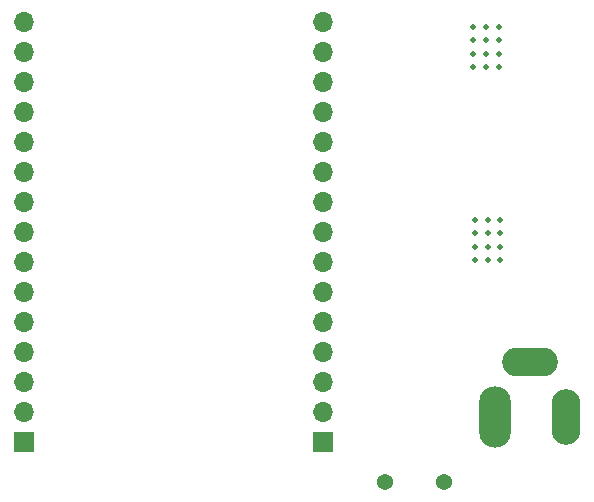
<source format=gbr>
%TF.GenerationSoftware,KiCad,Pcbnew,8.0.5*%
%TF.CreationDate,2025-03-07T15:27:06-05:00*%
%TF.ProjectId,TrainTrackerTest,54726169-6e54-4726-9163-6b6572546573,rev?*%
%TF.SameCoordinates,Original*%
%TF.FileFunction,Soldermask,Bot*%
%TF.FilePolarity,Negative*%
%FSLAX46Y46*%
G04 Gerber Fmt 4.6, Leading zero omitted, Abs format (unit mm)*
G04 Created by KiCad (PCBNEW 8.0.5) date 2025-03-07 15:27:06*
%MOMM*%
%LPD*%
G01*
G04 APERTURE LIST*
%ADD10C,0.499999*%
%ADD11O,2.704000X5.204000*%
%ADD12O,2.454000X4.704000*%
%ADD13O,4.704000X2.454000*%
%ADD14C,1.371600*%
%ADD15R,1.700000X1.700000*%
%ADD16O,1.700000X1.700000*%
G04 APERTURE END LIST*
D10*
%TO.C,U1*%
X109440638Y-76852202D03*
X109440638Y-77952202D03*
X109440638Y-79152202D03*
X109440638Y-80252202D03*
X110540638Y-76852202D03*
X110540638Y-77952202D03*
X110540638Y-79152202D03*
X110540638Y-80252202D03*
X111640638Y-76852202D03*
X111640638Y-77952202D03*
X111640638Y-79152202D03*
X111640638Y-80252202D03*
%TD*%
%TO.C,U2*%
X109313719Y-60500401D03*
X109313719Y-61600401D03*
X109313719Y-62800401D03*
X109313719Y-63900401D03*
X110413719Y-60500401D03*
X110413719Y-61600401D03*
X110413719Y-62800401D03*
X110413719Y-63900401D03*
X111513719Y-60500401D03*
X111513719Y-61600401D03*
X111513719Y-62800401D03*
X111513719Y-63900401D03*
%TD*%
D11*
%TO.C,J1*%
X111180000Y-93530000D03*
D12*
X117180000Y-93530000D03*
D13*
X114180000Y-88830000D03*
%TD*%
D14*
%TO.C,C1*%
X101874850Y-99020000D03*
X106878650Y-99020000D03*
%TD*%
D15*
%TO.C,J2*%
X96644600Y-95656400D03*
D16*
X96644600Y-93116400D03*
X96644600Y-90576400D03*
X96644600Y-88036400D03*
X96644600Y-85496400D03*
X96644600Y-82956400D03*
X96644600Y-80416400D03*
X96644600Y-77876400D03*
X96644600Y-75336400D03*
X96644600Y-72796400D03*
X96644600Y-70256400D03*
X96644600Y-67716400D03*
X96644600Y-65176400D03*
X96644600Y-62636400D03*
X96644600Y-60096400D03*
%TD*%
D15*
%TO.C,J3*%
X71314600Y-95656400D03*
D16*
X71314600Y-93116400D03*
X71314600Y-90576400D03*
X71314600Y-88036400D03*
X71314600Y-85496400D03*
X71314600Y-82956400D03*
X71314600Y-80416400D03*
X71314600Y-77876400D03*
X71314600Y-75336400D03*
X71314600Y-72796400D03*
X71314600Y-70256400D03*
X71314600Y-67716400D03*
X71314600Y-65176400D03*
X71314600Y-62636400D03*
X71314600Y-60096400D03*
%TD*%
M02*

</source>
